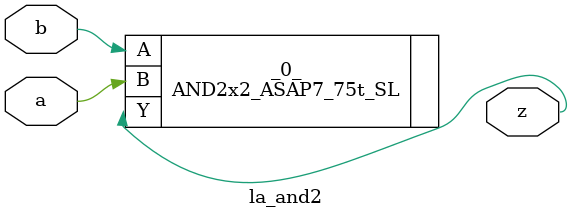
<source format=v>
/* Generated by Yosys 0.37 (git sha1 a5c7f69ed, clang 14.0.0-1ubuntu1.1 -fPIC -Os) */

module la_and2(a, b, z);
  input a;
  wire a;
  input b;
  wire b;
  output z;
  wire z;
  AND2x2_ASAP7_75t_SL _0_ (
    .A(b),
    .B(a),
    .Y(z)
  );
endmodule

</source>
